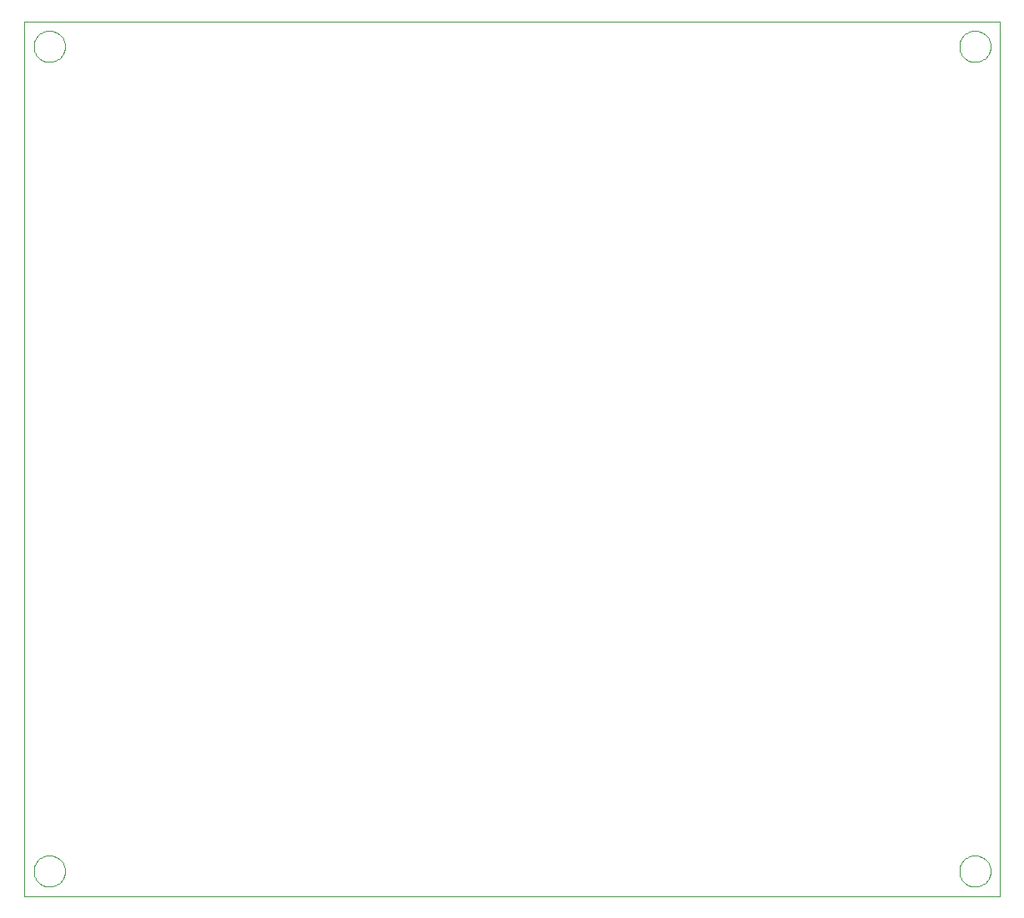
<source format=gko>
G75*
%MOIN*%
%OFA0B0*%
%FSLAX24Y24*%
%IPPOS*%
%LPD*%
%AMOC8*
5,1,8,0,0,1.08239X$1,22.5*
%
%ADD10C,0.0000*%
D10*
X001180Y001234D02*
X001180Y036234D01*
X040180Y036234D01*
X040180Y001234D01*
X001180Y001234D01*
X001555Y002234D02*
X001557Y002284D01*
X001563Y002333D01*
X001573Y002382D01*
X001586Y002429D01*
X001604Y002476D01*
X001625Y002521D01*
X001649Y002564D01*
X001677Y002605D01*
X001708Y002644D01*
X001742Y002680D01*
X001779Y002714D01*
X001819Y002744D01*
X001860Y002771D01*
X001904Y002795D01*
X001949Y002815D01*
X001996Y002831D01*
X002044Y002844D01*
X002093Y002853D01*
X002143Y002858D01*
X002192Y002859D01*
X002242Y002856D01*
X002291Y002849D01*
X002340Y002838D01*
X002387Y002824D01*
X002433Y002805D01*
X002478Y002783D01*
X002521Y002758D01*
X002561Y002729D01*
X002599Y002697D01*
X002635Y002663D01*
X002668Y002625D01*
X002697Y002585D01*
X002723Y002543D01*
X002746Y002499D01*
X002765Y002453D01*
X002781Y002406D01*
X002793Y002357D01*
X002801Y002308D01*
X002805Y002259D01*
X002805Y002209D01*
X002801Y002160D01*
X002793Y002111D01*
X002781Y002062D01*
X002765Y002015D01*
X002746Y001969D01*
X002723Y001925D01*
X002697Y001883D01*
X002668Y001843D01*
X002635Y001805D01*
X002599Y001771D01*
X002561Y001739D01*
X002521Y001710D01*
X002478Y001685D01*
X002433Y001663D01*
X002387Y001644D01*
X002340Y001630D01*
X002291Y001619D01*
X002242Y001612D01*
X002192Y001609D01*
X002143Y001610D01*
X002093Y001615D01*
X002044Y001624D01*
X001996Y001637D01*
X001949Y001653D01*
X001904Y001673D01*
X001860Y001697D01*
X001819Y001724D01*
X001779Y001754D01*
X001742Y001788D01*
X001708Y001824D01*
X001677Y001863D01*
X001649Y001904D01*
X001625Y001947D01*
X001604Y001992D01*
X001586Y002039D01*
X001573Y002086D01*
X001563Y002135D01*
X001557Y002184D01*
X001555Y002234D01*
X001555Y035234D02*
X001557Y035284D01*
X001563Y035333D01*
X001573Y035382D01*
X001586Y035429D01*
X001604Y035476D01*
X001625Y035521D01*
X001649Y035564D01*
X001677Y035605D01*
X001708Y035644D01*
X001742Y035680D01*
X001779Y035714D01*
X001819Y035744D01*
X001860Y035771D01*
X001904Y035795D01*
X001949Y035815D01*
X001996Y035831D01*
X002044Y035844D01*
X002093Y035853D01*
X002143Y035858D01*
X002192Y035859D01*
X002242Y035856D01*
X002291Y035849D01*
X002340Y035838D01*
X002387Y035824D01*
X002433Y035805D01*
X002478Y035783D01*
X002521Y035758D01*
X002561Y035729D01*
X002599Y035697D01*
X002635Y035663D01*
X002668Y035625D01*
X002697Y035585D01*
X002723Y035543D01*
X002746Y035499D01*
X002765Y035453D01*
X002781Y035406D01*
X002793Y035357D01*
X002801Y035308D01*
X002805Y035259D01*
X002805Y035209D01*
X002801Y035160D01*
X002793Y035111D01*
X002781Y035062D01*
X002765Y035015D01*
X002746Y034969D01*
X002723Y034925D01*
X002697Y034883D01*
X002668Y034843D01*
X002635Y034805D01*
X002599Y034771D01*
X002561Y034739D01*
X002521Y034710D01*
X002478Y034685D01*
X002433Y034663D01*
X002387Y034644D01*
X002340Y034630D01*
X002291Y034619D01*
X002242Y034612D01*
X002192Y034609D01*
X002143Y034610D01*
X002093Y034615D01*
X002044Y034624D01*
X001996Y034637D01*
X001949Y034653D01*
X001904Y034673D01*
X001860Y034697D01*
X001819Y034724D01*
X001779Y034754D01*
X001742Y034788D01*
X001708Y034824D01*
X001677Y034863D01*
X001649Y034904D01*
X001625Y034947D01*
X001604Y034992D01*
X001586Y035039D01*
X001573Y035086D01*
X001563Y035135D01*
X001557Y035184D01*
X001555Y035234D01*
X038555Y035234D02*
X038557Y035284D01*
X038563Y035333D01*
X038573Y035382D01*
X038586Y035429D01*
X038604Y035476D01*
X038625Y035521D01*
X038649Y035564D01*
X038677Y035605D01*
X038708Y035644D01*
X038742Y035680D01*
X038779Y035714D01*
X038819Y035744D01*
X038860Y035771D01*
X038904Y035795D01*
X038949Y035815D01*
X038996Y035831D01*
X039044Y035844D01*
X039093Y035853D01*
X039143Y035858D01*
X039192Y035859D01*
X039242Y035856D01*
X039291Y035849D01*
X039340Y035838D01*
X039387Y035824D01*
X039433Y035805D01*
X039478Y035783D01*
X039521Y035758D01*
X039561Y035729D01*
X039599Y035697D01*
X039635Y035663D01*
X039668Y035625D01*
X039697Y035585D01*
X039723Y035543D01*
X039746Y035499D01*
X039765Y035453D01*
X039781Y035406D01*
X039793Y035357D01*
X039801Y035308D01*
X039805Y035259D01*
X039805Y035209D01*
X039801Y035160D01*
X039793Y035111D01*
X039781Y035062D01*
X039765Y035015D01*
X039746Y034969D01*
X039723Y034925D01*
X039697Y034883D01*
X039668Y034843D01*
X039635Y034805D01*
X039599Y034771D01*
X039561Y034739D01*
X039521Y034710D01*
X039478Y034685D01*
X039433Y034663D01*
X039387Y034644D01*
X039340Y034630D01*
X039291Y034619D01*
X039242Y034612D01*
X039192Y034609D01*
X039143Y034610D01*
X039093Y034615D01*
X039044Y034624D01*
X038996Y034637D01*
X038949Y034653D01*
X038904Y034673D01*
X038860Y034697D01*
X038819Y034724D01*
X038779Y034754D01*
X038742Y034788D01*
X038708Y034824D01*
X038677Y034863D01*
X038649Y034904D01*
X038625Y034947D01*
X038604Y034992D01*
X038586Y035039D01*
X038573Y035086D01*
X038563Y035135D01*
X038557Y035184D01*
X038555Y035234D01*
X038555Y002234D02*
X038557Y002284D01*
X038563Y002333D01*
X038573Y002382D01*
X038586Y002429D01*
X038604Y002476D01*
X038625Y002521D01*
X038649Y002564D01*
X038677Y002605D01*
X038708Y002644D01*
X038742Y002680D01*
X038779Y002714D01*
X038819Y002744D01*
X038860Y002771D01*
X038904Y002795D01*
X038949Y002815D01*
X038996Y002831D01*
X039044Y002844D01*
X039093Y002853D01*
X039143Y002858D01*
X039192Y002859D01*
X039242Y002856D01*
X039291Y002849D01*
X039340Y002838D01*
X039387Y002824D01*
X039433Y002805D01*
X039478Y002783D01*
X039521Y002758D01*
X039561Y002729D01*
X039599Y002697D01*
X039635Y002663D01*
X039668Y002625D01*
X039697Y002585D01*
X039723Y002543D01*
X039746Y002499D01*
X039765Y002453D01*
X039781Y002406D01*
X039793Y002357D01*
X039801Y002308D01*
X039805Y002259D01*
X039805Y002209D01*
X039801Y002160D01*
X039793Y002111D01*
X039781Y002062D01*
X039765Y002015D01*
X039746Y001969D01*
X039723Y001925D01*
X039697Y001883D01*
X039668Y001843D01*
X039635Y001805D01*
X039599Y001771D01*
X039561Y001739D01*
X039521Y001710D01*
X039478Y001685D01*
X039433Y001663D01*
X039387Y001644D01*
X039340Y001630D01*
X039291Y001619D01*
X039242Y001612D01*
X039192Y001609D01*
X039143Y001610D01*
X039093Y001615D01*
X039044Y001624D01*
X038996Y001637D01*
X038949Y001653D01*
X038904Y001673D01*
X038860Y001697D01*
X038819Y001724D01*
X038779Y001754D01*
X038742Y001788D01*
X038708Y001824D01*
X038677Y001863D01*
X038649Y001904D01*
X038625Y001947D01*
X038604Y001992D01*
X038586Y002039D01*
X038573Y002086D01*
X038563Y002135D01*
X038557Y002184D01*
X038555Y002234D01*
M02*

</source>
